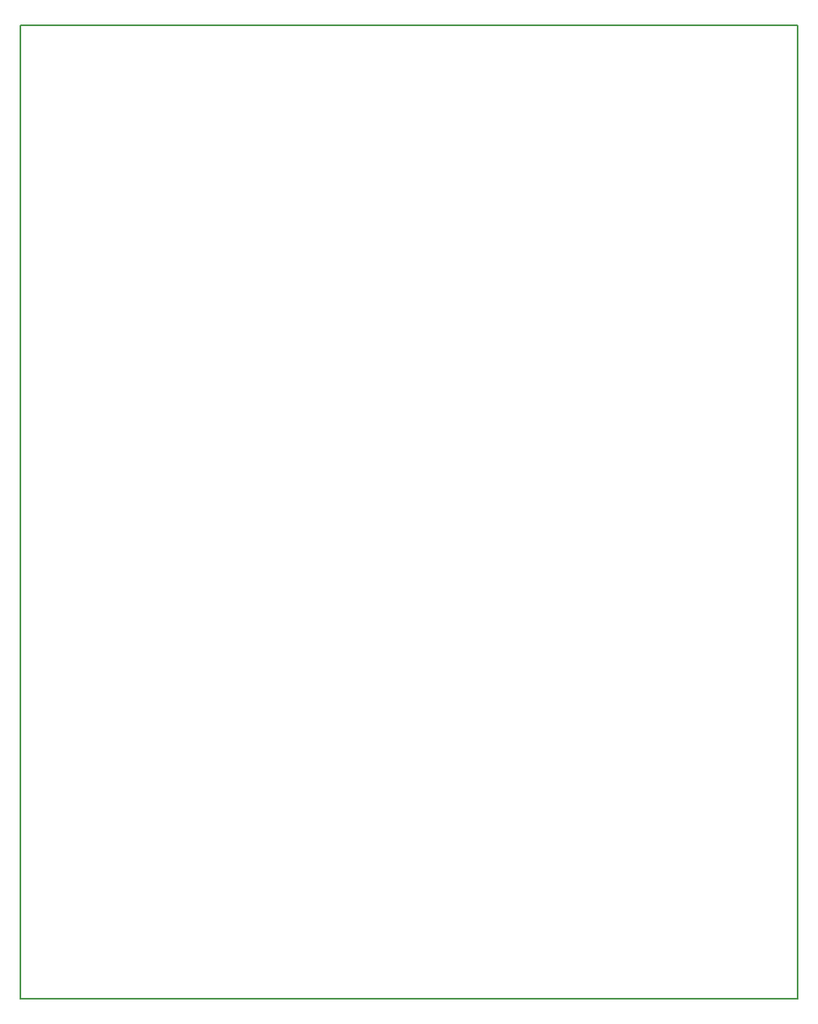
<source format=gbr>
%TF.GenerationSoftware,KiCad,Pcbnew,6.0.4-6f826c9f35~116~ubuntu20.04.1*%
%TF.CreationDate,2022-08-14T20:20:54+00:00*%
%TF.ProjectId,DATALOGGER01A,44415441-4c4f-4474-9745-523031412e6b,REV*%
%TF.SameCoordinates,Original*%
%TF.FileFunction,Profile,NP*%
%FSLAX46Y46*%
G04 Gerber Fmt 4.6, Leading zero omitted, Abs format (unit mm)*
G04 Created by KiCad (PCBNEW 6.0.4-6f826c9f35~116~ubuntu20.04.1) date 2022-08-14 20:20:54*
%MOMM*%
%LPD*%
G01*
G04 APERTURE LIST*
%TA.AperFunction,Profile*%
%ADD10C,0.200000*%
%TD*%
G04 APERTURE END LIST*
D10*
X81026000Y254000D02*
X81026000Y101346000D01*
X254000Y254000D02*
X254000Y101346000D01*
X254000Y101346000D02*
X81026000Y101346000D01*
X254000Y254000D02*
X81026000Y254000D01*
M02*

</source>
